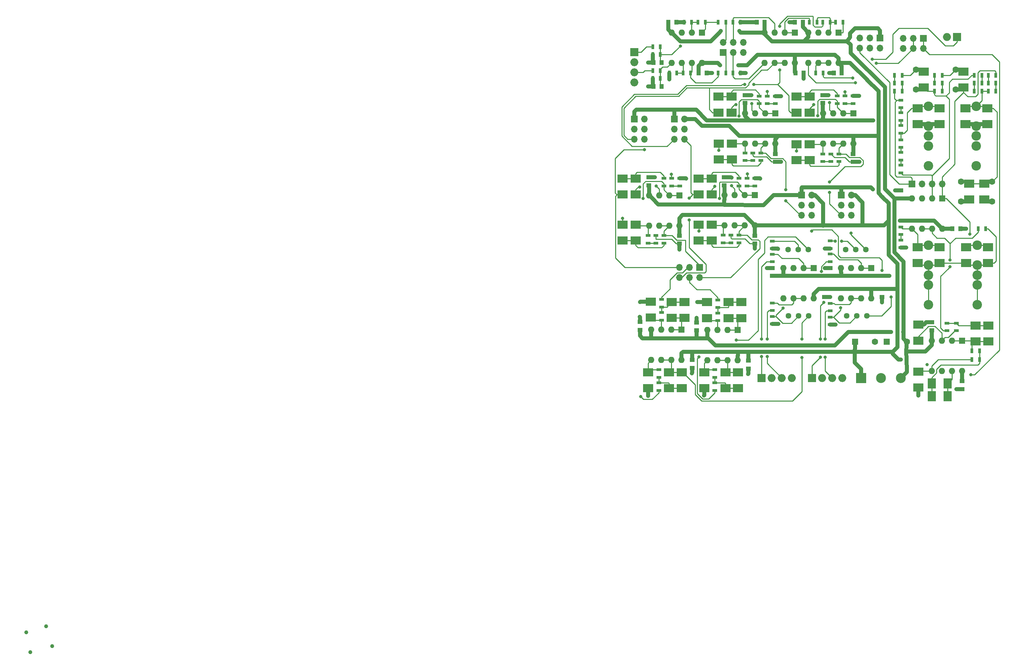
<source format=gbr>
G04 #@! TF.GenerationSoftware,KiCad,Pcbnew,5.1.5+dfsg1-2build2*
G04 #@! TF.CreationDate,2021-10-21T22:41:25+10:30*
G04 #@! TF.ProjectId,xover,786f7665-722e-46b6-9963-61645f706362,rev?*
G04 #@! TF.SameCoordinates,Original*
G04 #@! TF.FileFunction,Copper,L1,Top*
G04 #@! TF.FilePolarity,Positive*
%FSLAX46Y46*%
G04 Gerber Fmt 4.6, Leading zero omitted, Abs format (unit mm)*
G04 Created by KiCad (PCBNEW 5.1.5+dfsg1-2build2) date 2021-10-21 22:41:25*
%MOMM*%
%LPD*%
G04 APERTURE LIST*
%ADD10R,1.600000X1.600000*%
%ADD11O,1.600000X1.600000*%
%ADD12C,1.440000*%
%ADD13R,1.300000X0.700000*%
%ADD14R,0.700000X1.300000*%
%ADD15R,1.700000X1.700000*%
%ADD16O,1.700000X1.700000*%
%ADD17C,2.500000*%
%ADD18R,2.500000X2.500000*%
%ADD19O,1.998980X1.998980*%
%ADD20R,1.998980X1.998980*%
%ADD21C,1.000000*%
%ADD22R,1.250000X1.000000*%
%ADD23R,1.000000X1.250000*%
%ADD24R,2.500000X2.000000*%
%ADD25C,2.400000*%
%ADD26C,1.600000*%
%ADD27R,2.000000X2.500000*%
%ADD28C,0.800000*%
%ADD29C,1.000000*%
%ADD30C,0.250000*%
G04 APERTURE END LIST*
D10*
X114400000Y-108600000D03*
D11*
X106780000Y-116220000D03*
X111860000Y-108600000D03*
X109320000Y-116220000D03*
X109320000Y-108600000D03*
X111860000Y-116220000D03*
X106780000Y-108600000D03*
X114400000Y-116220000D03*
D10*
X91600000Y-90300000D03*
D11*
X83980000Y-97920000D03*
X89060000Y-90300000D03*
X86520000Y-97920000D03*
X86520000Y-90300000D03*
X89060000Y-97920000D03*
X83980000Y-90300000D03*
X91600000Y-97920000D03*
D10*
X109400000Y-72800000D03*
D11*
X101780000Y-80420000D03*
X106860000Y-72800000D03*
X104320000Y-80420000D03*
X104320000Y-72800000D03*
X106860000Y-80420000D03*
X101780000Y-72800000D03*
X109400000Y-80420000D03*
D10*
X77100000Y-90300000D03*
D11*
X69480000Y-97920000D03*
X74560000Y-90300000D03*
X72020000Y-97920000D03*
X72020000Y-90300000D03*
X74560000Y-97920000D03*
X69480000Y-90300000D03*
X77100000Y-97920000D03*
D10*
X67400000Y-51400000D03*
D11*
X59780000Y-59020000D03*
X64860000Y-51400000D03*
X62320000Y-59020000D03*
X62320000Y-51400000D03*
X64860000Y-59020000D03*
X59780000Y-51400000D03*
X67400000Y-59020000D03*
D10*
X62300000Y-72000000D03*
D11*
X54680000Y-79620000D03*
X59760000Y-72000000D03*
X57220000Y-79620000D03*
X57220000Y-72000000D03*
X59760000Y-79620000D03*
X54680000Y-72000000D03*
X62300000Y-79620000D03*
D10*
X72350000Y-31050000D03*
D11*
X64730000Y-38670000D03*
X69810000Y-31050000D03*
X67270000Y-38670000D03*
X67270000Y-31050000D03*
X69810000Y-38670000D03*
X64730000Y-31050000D03*
X72350000Y-38670000D03*
D10*
X48950000Y-31050000D03*
D11*
X41330000Y-38670000D03*
X46410000Y-31050000D03*
X43870000Y-38670000D03*
X43870000Y-31050000D03*
X46410000Y-38670000D03*
X41330000Y-31050000D03*
X48950000Y-38670000D03*
D10*
X87050000Y-51405000D03*
D11*
X79430000Y-59025000D03*
X84510000Y-51405000D03*
X81970000Y-59025000D03*
X81970000Y-51405000D03*
X84510000Y-59025000D03*
X79430000Y-51405000D03*
X87050000Y-59025000D03*
D10*
X43800000Y-105875000D03*
D11*
X36180000Y-113495000D03*
X41260000Y-105875000D03*
X38720000Y-113495000D03*
X38720000Y-105875000D03*
X41260000Y-113495000D03*
X36180000Y-105875000D03*
X43800000Y-113495000D03*
D10*
X43320000Y-72025000D03*
D11*
X35700000Y-79645000D03*
X40780000Y-72025000D03*
X38240000Y-79645000D03*
X38240000Y-72025000D03*
X40780000Y-79645000D03*
X35700000Y-72025000D03*
X43320000Y-79645000D03*
D10*
X57945000Y-105945000D03*
D11*
X50325000Y-113565000D03*
X55405000Y-105945000D03*
X52865000Y-113565000D03*
X52865000Y-105945000D03*
X55405000Y-113565000D03*
X50325000Y-105945000D03*
X57945000Y-113565000D03*
D10*
X83350000Y-31050000D03*
D11*
X75730000Y-38670000D03*
X80810000Y-31050000D03*
X78270000Y-38670000D03*
X78270000Y-31050000D03*
X80810000Y-38670000D03*
X75730000Y-31050000D03*
X83350000Y-38670000D03*
D12*
X90480000Y-102400000D03*
X87940000Y-102400000D03*
X85400000Y-102400000D03*
X90200000Y-85700000D03*
X87660000Y-85700000D03*
X85120000Y-85700000D03*
X75800000Y-102400000D03*
X73260000Y-102400000D03*
X70720000Y-102400000D03*
X75700000Y-85700000D03*
X73160000Y-85700000D03*
X70620000Y-85700000D03*
D13*
X81200000Y-102700000D03*
X81200000Y-104600000D03*
X81200000Y-101100000D03*
X81200000Y-99200000D03*
X81200000Y-83500000D03*
X81200000Y-85400000D03*
X81200000Y-88700000D03*
X81200000Y-86800000D03*
X99000000Y-83300000D03*
X99000000Y-85200000D03*
X99000000Y-59950000D03*
X99000000Y-58050000D03*
X99000000Y-49950000D03*
X99000000Y-48050000D03*
X99000000Y-61250000D03*
X99000000Y-63150000D03*
X99000000Y-51250000D03*
X99000000Y-53150000D03*
X99000000Y-66350000D03*
X99000000Y-64450000D03*
X99000000Y-56350000D03*
X99000000Y-54450000D03*
X99000000Y-80000000D03*
X99000000Y-81900000D03*
D14*
X109400000Y-45800000D03*
X107500000Y-45800000D03*
X99350000Y-45800000D03*
X97450000Y-45800000D03*
X109400000Y-43800000D03*
X107500000Y-43800000D03*
X99350000Y-43800000D03*
X97450000Y-43800000D03*
X109400000Y-41800000D03*
X107500000Y-41800000D03*
X99350000Y-41800000D03*
X97450000Y-41800000D03*
X118450000Y-80400000D03*
X120350000Y-80400000D03*
X122900000Y-45800000D03*
X121000000Y-45800000D03*
X119400000Y-41800000D03*
X117500000Y-41800000D03*
X122900000Y-43800000D03*
X121000000Y-43800000D03*
X119400000Y-43800000D03*
X117500000Y-43800000D03*
X122900000Y-41800000D03*
X121000000Y-41800000D03*
X119400000Y-45800000D03*
X117500000Y-45800000D03*
D13*
X66700000Y-102500000D03*
X66700000Y-104400000D03*
X66700000Y-101050000D03*
X66700000Y-99150000D03*
X66700000Y-83550000D03*
X66700000Y-85450000D03*
X66700000Y-88750000D03*
X66700000Y-86850000D03*
X61800000Y-63250000D03*
X61800000Y-61350000D03*
X67400000Y-48950000D03*
X67400000Y-47050000D03*
X65400000Y-47050000D03*
X65400000Y-48950000D03*
X59800000Y-61350000D03*
X59800000Y-63250000D03*
X63800000Y-61350000D03*
X63800000Y-63250000D03*
X63400000Y-48950000D03*
X63400000Y-47050000D03*
X56300000Y-83950000D03*
X56300000Y-82050000D03*
X62300000Y-69650000D03*
X62300000Y-67750000D03*
X60300000Y-67750000D03*
X60300000Y-69650000D03*
X54300000Y-82050000D03*
X54300000Y-83950000D03*
X58300000Y-82050000D03*
X58300000Y-83950000D03*
X58300000Y-69650000D03*
X58300000Y-67750000D03*
D14*
X116900000Y-113400000D03*
X118800000Y-113400000D03*
X118800000Y-111200000D03*
X116900000Y-111200000D03*
D13*
X113000000Y-106100000D03*
X113000000Y-104200000D03*
X110600000Y-104200000D03*
X110600000Y-106100000D03*
D14*
X40750000Y-41250000D03*
X42650000Y-41250000D03*
X38500000Y-42600000D03*
X36600000Y-42600000D03*
X46100000Y-41250000D03*
X44200000Y-41250000D03*
X38500000Y-40600000D03*
X36600000Y-40600000D03*
X53050000Y-41250000D03*
X54950000Y-41250000D03*
X56750000Y-41250000D03*
X58650000Y-41250000D03*
X56750000Y-28450000D03*
X58650000Y-28450000D03*
X44450000Y-28450000D03*
X46350000Y-28450000D03*
X38500000Y-36600000D03*
X36600000Y-36600000D03*
X54950000Y-28450000D03*
X53050000Y-28450000D03*
X49850000Y-28450000D03*
X47950000Y-28450000D03*
X38500000Y-34600000D03*
X36600000Y-34600000D03*
D13*
X81400000Y-63500000D03*
X81400000Y-61600000D03*
X87000000Y-48900000D03*
X87000000Y-47000000D03*
X85000000Y-47000000D03*
X85000000Y-48900000D03*
X79400000Y-61600000D03*
X79400000Y-63500000D03*
X83400000Y-61600000D03*
X83400000Y-63500000D03*
X83000000Y-48900000D03*
X83000000Y-47000000D03*
X38100000Y-115950000D03*
X38100000Y-117850000D03*
X38100000Y-119250000D03*
X38100000Y-121150000D03*
X38800000Y-103450000D03*
X38800000Y-101550000D03*
X38800000Y-100150000D03*
X38800000Y-98250000D03*
X37400000Y-84050000D03*
X37400000Y-82150000D03*
X43400000Y-69650000D03*
X43400000Y-67750000D03*
X41400000Y-67750000D03*
X41400000Y-69650000D03*
X35400000Y-82150000D03*
X35400000Y-84050000D03*
X39400000Y-82150000D03*
X39400000Y-84050000D03*
X39400000Y-69650000D03*
X39400000Y-67750000D03*
X52225000Y-115950000D03*
X52225000Y-117850000D03*
X52225000Y-119250000D03*
X52225000Y-121150000D03*
X52950000Y-103575000D03*
X52950000Y-101675000D03*
X52950000Y-100275000D03*
X52950000Y-98375000D03*
D14*
X81250000Y-28450000D03*
X79350000Y-28450000D03*
X79500000Y-41250000D03*
X77600000Y-41250000D03*
X77900000Y-28450000D03*
X76000000Y-28450000D03*
X84450000Y-28450000D03*
X82550000Y-28450000D03*
D15*
X93800000Y-32400000D03*
D16*
X93800000Y-34940000D03*
X91260000Y-32400000D03*
X91260000Y-34940000D03*
X88720000Y-32400000D03*
X88720000Y-34940000D03*
D15*
X32000000Y-52800000D03*
D16*
X34540000Y-52800000D03*
X32000000Y-55340000D03*
X34540000Y-55340000D03*
X32000000Y-57880000D03*
X34540000Y-57880000D03*
D15*
X42000000Y-52800000D03*
D16*
X44540000Y-52800000D03*
X42000000Y-55340000D03*
X44540000Y-55340000D03*
X42000000Y-57880000D03*
X44540000Y-57880000D03*
D15*
X74000000Y-72000000D03*
D16*
X76540000Y-72000000D03*
X74000000Y-74540000D03*
X76540000Y-74540000D03*
X74000000Y-77080000D03*
X76540000Y-77080000D03*
D15*
X84000000Y-72000000D03*
D16*
X86540000Y-72000000D03*
X84000000Y-74540000D03*
X86540000Y-74540000D03*
X84000000Y-77080000D03*
X86540000Y-77080000D03*
D15*
X101800000Y-69200000D03*
D16*
X104340000Y-69200000D03*
X106880000Y-69200000D03*
X109420000Y-69200000D03*
D15*
X54350000Y-36050000D03*
D16*
X54350000Y-33510000D03*
X56890000Y-36050000D03*
X56890000Y-33510000D03*
X59430000Y-36050000D03*
X59430000Y-33510000D03*
D17*
X94000000Y-118000000D03*
D18*
X89000000Y-118000000D03*
D17*
X99000000Y-118000000D03*
D19*
X81780000Y-118000000D03*
X79240000Y-118000000D03*
D20*
X76700000Y-118000000D03*
D19*
X84320000Y-118000000D03*
X69080000Y-118000000D03*
X66540000Y-118000000D03*
D20*
X64000000Y-118000000D03*
D19*
X71620000Y-118000000D03*
D15*
X48380000Y-90200000D03*
D16*
X48380000Y-92740000D03*
X45840000Y-90200000D03*
X45840000Y-92740000D03*
X43300000Y-90200000D03*
X43300000Y-92740000D03*
D20*
X113140000Y-32200000D03*
D19*
X110600000Y-32200000D03*
D15*
X104650000Y-32500000D03*
D16*
X104650000Y-35040000D03*
X102110000Y-32500000D03*
X102110000Y-35040000D03*
X99570000Y-32500000D03*
X99570000Y-35040000D03*
D19*
X32000000Y-41080000D03*
X32000000Y-38540000D03*
D20*
X32000000Y-36000000D03*
D19*
X32000000Y-43620000D03*
D21*
X-120000000Y-187000000D03*
X-121000000Y-182000000D03*
X-114500000Y-185500000D03*
X-116000000Y-180500000D03*
D22*
X81200000Y-90300000D03*
X81200000Y-92300000D03*
X94300000Y-95600000D03*
X94300000Y-97600000D03*
X99000000Y-70800000D03*
X99000000Y-72800000D03*
D23*
X112000000Y-80400000D03*
X114000000Y-80400000D03*
D24*
X108750000Y-54100000D03*
X108750000Y-50100000D03*
D25*
X106000000Y-64600000D03*
X106000000Y-49600000D03*
X106000000Y-54600000D03*
X106000000Y-59600000D03*
X106000000Y-57100000D03*
D24*
X103250000Y-54100000D03*
X103250000Y-50100000D03*
X108750000Y-89100000D03*
X108750000Y-85100000D03*
D25*
X106000000Y-99600000D03*
X106000000Y-84600000D03*
X106000000Y-89600000D03*
X106000000Y-94600000D03*
X106000000Y-92100000D03*
D24*
X103250000Y-89100000D03*
X103250000Y-85100000D03*
X120950000Y-89100000D03*
X120950000Y-85100000D03*
D25*
X118200000Y-99600000D03*
X118200000Y-84600000D03*
X118200000Y-89600000D03*
X118200000Y-94600000D03*
X118200000Y-92100000D03*
D24*
X115450000Y-89100000D03*
X115450000Y-85100000D03*
X114800000Y-44900000D03*
X114800000Y-40900000D03*
D26*
X112800000Y-45400000D03*
X112800000Y-40400000D03*
D24*
X104800000Y-44900000D03*
X104800000Y-40900000D03*
D26*
X102800000Y-45400000D03*
X102800000Y-40400000D03*
D24*
X116200000Y-73100000D03*
X116200000Y-69100000D03*
D26*
X114200000Y-73600000D03*
X114200000Y-68600000D03*
D24*
X120000000Y-69100000D03*
X120000000Y-73100000D03*
D26*
X122000000Y-68600000D03*
X122000000Y-73600000D03*
D24*
X120750000Y-54100000D03*
X120750000Y-50100000D03*
D25*
X118000000Y-64600000D03*
X118000000Y-49600000D03*
X118000000Y-54600000D03*
X118000000Y-59600000D03*
X118000000Y-57100000D03*
D24*
X115250000Y-54100000D03*
X115250000Y-50100000D03*
D22*
X66700000Y-90300000D03*
X66700000Y-92300000D03*
X79800000Y-95600000D03*
X79800000Y-97600000D03*
X59800000Y-46800000D03*
X59800000Y-48800000D03*
X67400000Y-61600000D03*
X67400000Y-63600000D03*
D24*
X56400000Y-51200000D03*
X56400000Y-47200000D03*
X53100000Y-47200000D03*
X53100000Y-51200000D03*
X56500000Y-59000000D03*
X56500000Y-63000000D03*
X53200000Y-63000000D03*
X53200000Y-59000000D03*
D22*
X54600000Y-67500000D03*
X54600000Y-69500000D03*
X62300000Y-82200000D03*
X62300000Y-84200000D03*
D24*
X51400000Y-71800000D03*
X51400000Y-67800000D03*
X48100000Y-67800000D03*
X48100000Y-71800000D03*
X51400000Y-79400000D03*
X51400000Y-83400000D03*
X48100000Y-83400000D03*
X48100000Y-79400000D03*
D22*
X106800000Y-104000000D03*
X106800000Y-106000000D03*
X114400000Y-118800000D03*
X114400000Y-120800000D03*
D24*
X103400000Y-120400000D03*
X103400000Y-116400000D03*
X103400000Y-104600000D03*
X103400000Y-108600000D03*
D27*
X110800000Y-122600000D03*
X106800000Y-122600000D03*
D24*
X121000000Y-108800000D03*
X121000000Y-104800000D03*
D27*
X110800000Y-119400000D03*
X106800000Y-119400000D03*
D24*
X117800000Y-108800000D03*
X117800000Y-104800000D03*
D23*
X62750000Y-28450000D03*
X64750000Y-28450000D03*
X42550000Y-28450000D03*
X40550000Y-28450000D03*
X72550000Y-41250000D03*
X74550000Y-41250000D03*
X48150000Y-41250000D03*
X50150000Y-41250000D03*
X38800000Y-44600000D03*
X36800000Y-44600000D03*
X38800000Y-38600000D03*
X36800000Y-38600000D03*
D22*
X79400000Y-46800000D03*
X79400000Y-48800000D03*
X87000000Y-61600000D03*
X87000000Y-63600000D03*
D24*
X76100000Y-51200000D03*
X76100000Y-47200000D03*
X72800000Y-47200000D03*
X72800000Y-51200000D03*
X76100000Y-59200000D03*
X76100000Y-63200000D03*
X72800000Y-63200000D03*
X72800000Y-59200000D03*
D22*
X33375000Y-103900000D03*
X33375000Y-105900000D03*
X46525000Y-113475000D03*
X46525000Y-115475000D03*
D24*
X35400000Y-120600000D03*
X35400000Y-116600000D03*
X36150000Y-98825000D03*
X36150000Y-102825000D03*
X43900000Y-116600000D03*
X43900000Y-120600000D03*
X41400000Y-102900000D03*
X41400000Y-98900000D03*
X40700000Y-116600000D03*
X40700000Y-120600000D03*
X44600000Y-102900000D03*
X44600000Y-98900000D03*
D22*
X35600000Y-67500000D03*
X35600000Y-69500000D03*
X43300000Y-82200000D03*
X43300000Y-84200000D03*
D24*
X32300000Y-71800000D03*
X32300000Y-67800000D03*
X29000000Y-67800000D03*
X29000000Y-71800000D03*
X32300000Y-79400000D03*
X32300000Y-83400000D03*
X29000000Y-83400000D03*
X29000000Y-79400000D03*
D22*
X47600000Y-104025000D03*
X47600000Y-106025000D03*
X60700000Y-113625000D03*
X60700000Y-115625000D03*
D24*
X49550000Y-120600000D03*
X49550000Y-116600000D03*
X50250000Y-98925000D03*
X50250000Y-102925000D03*
X58075000Y-116600000D03*
X58075000Y-120600000D03*
X58850000Y-102925000D03*
X58850000Y-98925000D03*
X54875000Y-116600000D03*
X54875000Y-120600000D03*
X55650000Y-102925000D03*
X55650000Y-98925000D03*
D23*
X72350000Y-28450000D03*
X74350000Y-28450000D03*
D10*
X95500000Y-108900000D03*
D26*
X100500000Y-108900000D03*
D23*
X84150000Y-41250000D03*
X82150000Y-41250000D03*
D10*
X87500000Y-108900000D03*
D26*
X92500000Y-108900000D03*
D28*
X53550000Y-39250000D03*
X58150000Y-39250000D03*
X98800000Y-78400000D03*
X96000000Y-78400000D03*
X90600000Y-43000000D03*
X99000000Y-113400000D03*
X100400000Y-85200000D03*
X115400000Y-80400000D03*
X113000000Y-120800000D03*
X103400000Y-122400000D03*
X97600000Y-70800000D03*
X105400000Y-104000002D03*
X43550000Y-28450000D03*
X59950000Y-41250000D03*
X59950000Y-28450000D03*
X35400000Y-38600000D03*
X35400000Y-44600000D03*
X40750000Y-42850000D03*
X70950000Y-28450000D03*
X80950000Y-41250000D03*
X51550000Y-41250000D03*
X74550000Y-42650000D03*
X88500000Y-47000000D03*
X88600000Y-63600000D03*
X80800000Y-46800000D03*
X68900000Y-63600000D03*
X68900000Y-47100000D03*
X61400000Y-46800000D03*
X79900000Y-90300000D03*
X81200000Y-97600000D03*
X94300000Y-99000000D03*
X68100000Y-85500000D03*
X79900000Y-85400000D03*
X65300000Y-90300000D03*
X46400000Y-116800000D03*
X60600000Y-117000000D03*
X82600000Y-104600000D03*
X68200000Y-104400000D03*
X56400000Y-67600000D03*
X63600000Y-67800000D03*
X37100000Y-67500000D03*
X62300000Y-85400000D03*
X44950000Y-67750000D03*
X43300000Y-85700000D03*
X47800000Y-98900000D03*
X47600000Y-102900000D03*
X33400000Y-98900000D03*
X33300000Y-102600000D03*
X35400000Y-122500000D03*
X49500000Y-122400000D03*
X53750000Y-30649998D03*
X58350000Y-30650000D03*
X95000000Y-53200000D03*
X92100000Y-53200000D03*
X95000000Y-70425000D03*
X92000000Y-70500000D03*
X96100000Y-92300000D03*
X99699998Y-92300000D03*
X99600000Y-106400000D03*
X96600000Y-106400000D03*
X48200000Y-112699998D03*
X57600000Y-108500000D03*
X29000000Y-77800000D03*
X34200002Y-72800000D03*
X34500000Y-60500000D03*
X37500000Y-69700000D03*
X41300000Y-66700000D03*
X33300000Y-69900000D03*
X33600000Y-122700000D03*
X74100000Y-112900000D03*
X74100000Y-108200000D03*
X78100000Y-52000000D03*
X72800000Y-60900000D03*
X59700000Y-44100000D03*
X62000000Y-44100000D03*
X68500018Y-40500000D03*
X77100000Y-49200000D03*
X85000006Y-46000000D03*
X81100002Y-48700004D03*
X43550000Y-34450000D03*
X105600000Y-114600000D03*
X116600002Y-117200000D03*
X48200000Y-81000000D03*
X53400004Y-72800000D03*
X45800000Y-72700000D03*
X45800000Y-78200000D03*
X56400000Y-69600000D03*
X60400000Y-66600000D03*
X52200000Y-69800000D03*
X58300000Y-52050000D03*
X53200000Y-60700000D03*
X68550000Y-29450000D03*
X61500000Y-48900000D03*
X65400000Y-45900000D03*
X57525000Y-49200000D03*
X116400000Y-81800000D03*
X87550000Y-43650000D03*
X92800000Y-38800000D03*
X86936827Y-42463173D03*
X91800000Y-37800000D03*
X65400000Y-108200000D03*
X65400000Y-112600000D03*
X64000000Y-112600000D03*
X64000000Y-108200000D03*
X79600000Y-99000000D03*
X79000000Y-91149990D03*
X78800000Y-108200000D03*
X78800000Y-112799996D03*
X80000000Y-108200000D03*
X80000000Y-112800000D03*
X81100000Y-71300000D03*
X81100000Y-68700000D03*
X111400000Y-88325000D03*
X111400000Y-90000000D03*
X70100000Y-70600000D03*
X70100000Y-73400000D03*
X86500000Y-81500000D03*
X76600000Y-81000000D03*
X94300000Y-90900000D03*
X96600000Y-97600000D03*
X69400000Y-100400000D03*
X82525000Y-83600000D03*
X84100000Y-83600000D03*
X83900000Y-100300000D03*
D29*
X114400000Y-116220000D02*
X114400000Y-118800000D01*
X111980000Y-80420000D02*
X112000000Y-80400000D01*
X109400000Y-80420000D02*
X111980000Y-80420000D01*
X52970000Y-38670000D02*
X53550000Y-39250000D01*
X48950000Y-38670000D02*
X52970000Y-38670000D01*
X58150000Y-39250000D02*
X60350000Y-39250000D01*
X60350000Y-39250000D02*
X62950000Y-36650000D01*
X62950000Y-36650000D02*
X70330000Y-36650000D01*
X84150000Y-39470000D02*
X84150000Y-41250000D01*
X83350000Y-37538630D02*
X82461370Y-36650000D01*
X83350000Y-38670000D02*
X83350000Y-37538630D01*
X72350000Y-36850000D02*
X72550000Y-36650000D01*
X72350000Y-38670000D02*
X72350000Y-36850000D01*
X72550000Y-36650000D02*
X70330000Y-36650000D01*
X82461370Y-36650000D02*
X72550000Y-36650000D01*
X48150000Y-39470000D02*
X48150000Y-41250000D01*
X48950000Y-38670000D02*
X48150000Y-39470000D01*
X94400000Y-72434315D02*
X93400000Y-71434315D01*
X83350000Y-38670000D02*
X84150000Y-39470000D01*
X109400000Y-80420000D02*
X107380000Y-78400000D01*
X94400000Y-72434315D02*
X94434315Y-72434315D01*
X107380000Y-78400000D02*
X98800000Y-78400000D01*
X96000000Y-74034315D02*
X94400000Y-72434315D01*
X96000000Y-78400000D02*
X96000000Y-74034315D01*
X90500000Y-42900000D02*
X90600000Y-43000000D01*
X72350000Y-41050000D02*
X72550000Y-41250000D01*
X72350000Y-38670000D02*
X72350000Y-41050000D01*
X87050000Y-61550000D02*
X87000000Y-61600000D01*
X87050000Y-59025000D02*
X87050000Y-61550000D01*
X93400000Y-59100000D02*
X93400000Y-71434315D01*
X93300000Y-57100000D02*
X93400000Y-57200000D01*
X67400000Y-57888630D02*
X68188630Y-57100000D01*
X67400000Y-59020000D02*
X67400000Y-57888630D01*
X93400000Y-57200000D02*
X93400000Y-59100000D01*
X87050000Y-59025000D02*
X87050000Y-57150000D01*
X87100000Y-57100000D02*
X93300000Y-57100000D01*
X87050000Y-57150000D02*
X87100000Y-57100000D01*
X68188630Y-57100000D02*
X87100000Y-57100000D01*
X93400000Y-45800000D02*
X93400000Y-57200000D01*
X90500000Y-42900000D02*
X93400000Y-45800000D01*
X58400001Y-57099999D02*
X55800002Y-54500000D01*
X68188630Y-57100000D02*
X58400001Y-57099999D01*
X55800002Y-54500000D02*
X49000000Y-54500000D01*
X47300000Y-52800000D02*
X44540000Y-52800000D01*
X49000000Y-54500000D02*
X47300000Y-52800000D01*
X94780000Y-79620000D02*
X96000000Y-78400000D01*
X62300000Y-79620000D02*
X79120000Y-79620000D01*
X78400000Y-95600000D02*
X79800000Y-95600000D01*
X77100000Y-96900000D02*
X78400000Y-95600000D01*
X77100000Y-97920000D02*
X77100000Y-96900000D01*
X96000000Y-78400000D02*
X96000000Y-87000000D01*
X96000000Y-87000000D02*
X98200000Y-89200000D01*
X98000000Y-95600000D02*
X98200000Y-95400000D01*
X94300000Y-95600000D02*
X98000000Y-95600000D01*
X98200000Y-89200000D02*
X98200000Y-95400000D01*
X91600000Y-96788630D02*
X91600000Y-95600000D01*
X91600000Y-97920000D02*
X91600000Y-96788630D01*
X91600000Y-95600000D02*
X94300000Y-95600000D01*
X79800000Y-95600000D02*
X91600000Y-95600000D01*
X67400000Y-59020000D02*
X67400000Y-61600000D01*
X98200000Y-110200006D02*
X98200000Y-95400000D01*
X98200000Y-110200006D02*
X97000006Y-111400000D01*
X97000006Y-111400000D02*
X87400000Y-111400000D01*
X97000006Y-111965691D02*
X97000006Y-111400000D01*
X98434315Y-113400000D02*
X97000006Y-111965691D01*
X99000000Y-113400000D02*
X98434315Y-113400000D01*
X87400000Y-114150000D02*
X87400000Y-111400000D01*
X89000000Y-115750000D02*
X87400000Y-114150000D01*
X89000000Y-118000000D02*
X89000000Y-115750000D01*
X87400000Y-110800000D02*
X87400000Y-111400000D01*
X87500000Y-110700000D02*
X87400000Y-110800000D01*
X87500000Y-108900000D02*
X87500000Y-110700000D01*
X43800000Y-111800000D02*
X43800000Y-113495000D01*
X44200000Y-111400000D02*
X43800000Y-111800000D01*
X46525000Y-111475000D02*
X46600000Y-111400000D01*
X46525000Y-113475000D02*
X46525000Y-111475000D01*
X46600000Y-111400000D02*
X44200000Y-111400000D01*
X60700000Y-111500000D02*
X60800000Y-111400000D01*
X60700000Y-113625000D02*
X60700000Y-111500000D01*
X87400000Y-111400000D02*
X60800000Y-111400000D01*
X58000000Y-112378630D02*
X58000000Y-111400000D01*
X57945000Y-112433630D02*
X58000000Y-112378630D01*
X57945000Y-113565000D02*
X57945000Y-112433630D01*
X58000000Y-111400000D02*
X46600000Y-111400000D01*
X60800000Y-111400000D02*
X58000000Y-111400000D01*
X43320000Y-82180000D02*
X43300000Y-82200000D01*
X43320000Y-79645000D02*
X43320000Y-82180000D01*
X62300000Y-79620000D02*
X62300000Y-82200000D01*
X59680000Y-77000000D02*
X61500001Y-78820001D01*
X43320000Y-77780000D02*
X44100000Y-77000000D01*
X61500001Y-78820001D02*
X62300000Y-79620000D01*
X44100000Y-77000000D02*
X59680000Y-77000000D01*
X43320000Y-79645000D02*
X43320000Y-77780000D01*
X89400000Y-79600000D02*
X94780000Y-79620000D01*
X79120000Y-79620000D02*
X89400000Y-79600000D01*
X89400000Y-73800000D02*
X89400000Y-79600000D01*
X87600000Y-72000000D02*
X89400000Y-73800000D01*
X86540000Y-72000000D02*
X87600000Y-72000000D01*
X77400000Y-72000000D02*
X76540000Y-72000000D01*
X79500000Y-74100000D02*
X77400000Y-72000000D01*
X79500000Y-79700000D02*
X79500000Y-74100000D01*
X86270000Y-38670000D02*
X90600000Y-43000000D01*
X83350000Y-38670000D02*
X86270000Y-38670000D01*
X115700000Y-73600000D02*
X116200000Y-73100000D01*
X114200000Y-73600000D02*
X115700000Y-73600000D01*
X120500000Y-73600000D02*
X120000000Y-73100000D01*
X122000000Y-73600000D02*
X120500000Y-73600000D01*
X117500000Y-54100000D02*
X118000000Y-54600000D01*
X115250000Y-54100000D02*
X117500000Y-54100000D01*
X118500000Y-54100000D02*
X118000000Y-54600000D01*
X120750000Y-54100000D02*
X118500000Y-54100000D01*
X106500000Y-54100000D02*
X106000000Y-54600000D01*
X108750000Y-54100000D02*
X106500000Y-54100000D01*
X105500000Y-54100000D02*
X106000000Y-54600000D01*
X103250000Y-54100000D02*
X105500000Y-54100000D01*
X99000000Y-85200000D02*
X100400000Y-85200000D01*
X114000000Y-80400000D02*
X115400000Y-80400000D01*
X114400000Y-120800000D02*
X113000000Y-120800000D01*
X103400000Y-120400000D02*
X103400000Y-122400000D01*
X99000000Y-70800000D02*
X97600000Y-70800000D01*
X106800000Y-104000000D02*
X106799998Y-104000002D01*
X105965685Y-104000002D02*
X105400000Y-104000002D01*
X105000001Y-104400001D02*
X105400000Y-104000002D01*
X106799998Y-104000002D02*
X105965685Y-104000002D01*
X103400000Y-104600000D02*
X104800002Y-104600000D01*
X104800002Y-104600000D02*
X105000001Y-104400001D01*
X42550000Y-28450000D02*
X43550000Y-28450000D01*
X44450000Y-28450000D02*
X43550000Y-28450000D01*
X58650000Y-41250000D02*
X59950000Y-41250000D01*
X58650000Y-28450000D02*
X59950000Y-28450000D01*
X36600000Y-44400000D02*
X36800000Y-44600000D01*
X36600000Y-42600000D02*
X36600000Y-44400000D01*
X36600000Y-38400000D02*
X36800000Y-38600000D01*
X36600000Y-36600000D02*
X36600000Y-38400000D01*
X36800000Y-38600000D02*
X35400000Y-38600000D01*
X36800000Y-44600000D02*
X35400000Y-44600000D01*
X40750000Y-41250000D02*
X40750000Y-42850000D01*
X62750000Y-28450000D02*
X59950000Y-28450000D01*
X72350000Y-28450000D02*
X70950000Y-28450000D01*
X82150000Y-41250000D02*
X80950000Y-41250000D01*
X50150000Y-41250000D02*
X51550000Y-41250000D01*
X74550000Y-41250000D02*
X74550000Y-42650000D01*
X87000000Y-47000000D02*
X88500000Y-47000000D01*
X87000000Y-63600000D02*
X88600000Y-63600000D01*
X79400000Y-46800000D02*
X80800000Y-46800000D01*
D30*
X86100000Y-63600000D02*
X87000000Y-63600000D01*
X85000000Y-62500000D02*
X86100000Y-63600000D01*
X82300000Y-62500000D02*
X85000000Y-62500000D01*
X81400000Y-61600000D02*
X82300000Y-62500000D01*
D29*
X67400000Y-63600000D02*
X68900000Y-63600000D01*
D30*
X66525000Y-63600000D02*
X67400000Y-63600000D01*
X65225000Y-62300000D02*
X66525000Y-63600000D01*
X62100000Y-62300000D02*
X65225000Y-62300000D01*
X61800000Y-62000000D02*
X62100000Y-62300000D01*
X61800000Y-61350000D02*
X61800000Y-62000000D01*
D29*
X68850000Y-47050000D02*
X68900000Y-47100000D01*
X67400000Y-47050000D02*
X68850000Y-47050000D01*
X59800000Y-46800000D02*
X61400000Y-46800000D01*
X81200000Y-90300000D02*
X79900000Y-90300000D01*
X79800000Y-97600000D02*
X81200000Y-97600000D01*
X94300000Y-97600000D02*
X94300000Y-99000000D01*
X68050000Y-85450000D02*
X68100000Y-85500000D01*
X66700000Y-85450000D02*
X68050000Y-85450000D01*
X81200000Y-85400000D02*
X79900000Y-85400000D01*
X66700000Y-90300000D02*
X65300000Y-90300000D01*
X46525000Y-116675000D02*
X46400000Y-116800000D01*
X46525000Y-115475000D02*
X46525000Y-116675000D01*
X60700000Y-116900000D02*
X60600000Y-117000000D01*
X60700000Y-115625000D02*
X60700000Y-116900000D01*
X81200000Y-104600000D02*
X82600000Y-104600000D01*
X66700000Y-104400000D02*
X68200000Y-104400000D01*
X56300000Y-67500000D02*
X56400000Y-67600000D01*
X54600000Y-67500000D02*
X56300000Y-67500000D01*
X63550000Y-67750000D02*
X63600000Y-67800000D01*
X62300000Y-67750000D02*
X63550000Y-67750000D01*
X35600000Y-67500000D02*
X37100000Y-67500000D01*
X62300000Y-84200000D02*
X62300000Y-85400000D01*
X43400000Y-67750000D02*
X44950000Y-67750000D01*
X45000000Y-67800000D02*
X44950000Y-67750000D01*
D30*
X61000000Y-84200000D02*
X62300000Y-84200000D01*
X59800000Y-83000000D02*
X61000000Y-84200000D01*
X56500000Y-83000000D02*
X59800000Y-83000000D01*
X56300000Y-82800000D02*
X56500000Y-83000000D01*
X56300000Y-82050000D02*
X56300000Y-82800000D01*
X42425000Y-84200000D02*
X43300000Y-84200000D01*
X41325000Y-83100000D02*
X42425000Y-84200000D01*
X37400000Y-83100000D02*
X41325000Y-83100000D01*
X37400000Y-82150000D02*
X37400000Y-83100000D01*
D29*
X43300000Y-84200000D02*
X43300000Y-85134315D01*
X43300000Y-85134315D02*
X43300000Y-85700000D01*
X47825000Y-98925000D02*
X47800000Y-98900000D01*
X50250000Y-98925000D02*
X47825000Y-98925000D01*
X47600000Y-104025000D02*
X47600000Y-102900000D01*
X33475000Y-98825000D02*
X33400000Y-98900000D01*
X36150000Y-98825000D02*
X33475000Y-98825000D01*
X33375000Y-102675000D02*
X33300000Y-102600000D01*
X33375000Y-103900000D02*
X33375000Y-102675000D01*
X35400000Y-120600000D02*
X35400000Y-122500000D01*
X49550000Y-122350000D02*
X49500000Y-122400000D01*
X49550000Y-120600000D02*
X49550000Y-122350000D01*
X106800000Y-108580000D02*
X106780000Y-108600000D01*
X106800000Y-106000000D02*
X106800000Y-108580000D01*
X101780000Y-72800000D02*
X99000000Y-72800000D01*
X40550000Y-30270000D02*
X40550000Y-28450000D01*
X41330000Y-31050000D02*
X40550000Y-30270000D01*
X41330000Y-31050000D02*
X43530000Y-33250000D01*
X43530000Y-33250000D02*
X51149998Y-33250000D01*
X51149998Y-33250000D02*
X53350001Y-31049997D01*
X53350001Y-31049997D02*
X53750000Y-30649998D01*
X58749999Y-31049999D02*
X58350000Y-30650000D01*
X64730000Y-31050000D02*
X58749999Y-31049999D01*
X64730000Y-28470000D02*
X64750000Y-28450000D01*
X64730000Y-31050000D02*
X64730000Y-28470000D01*
X74350000Y-29670000D02*
X74350000Y-28450000D01*
X75730000Y-31050000D02*
X74350000Y-29670000D01*
X64730000Y-31430000D02*
X64730000Y-31050000D01*
X66550000Y-33250000D02*
X64730000Y-31430000D01*
X75730000Y-32181370D02*
X74661370Y-33250000D01*
X74661370Y-33250000D02*
X66550000Y-33250000D01*
X75730000Y-31050000D02*
X75730000Y-32181370D01*
X97375000Y-72800000D02*
X99000000Y-72800000D01*
X74661370Y-33250000D02*
X84950000Y-33250000D01*
X106780000Y-109731370D02*
X106780000Y-108600000D01*
X105211370Y-111300000D02*
X106780000Y-109731370D01*
X79400000Y-51375000D02*
X79430000Y-51405000D01*
X79400000Y-48800000D02*
X79400000Y-51375000D01*
X95000000Y-70425000D02*
X97375000Y-72800000D01*
X95000000Y-53200000D02*
X95000000Y-70425000D01*
X95000000Y-44800000D02*
X95000000Y-53200000D01*
X86400000Y-36200000D02*
X95000000Y-44800000D01*
X59780000Y-52080000D02*
X59780000Y-51400000D01*
X60900000Y-53200000D02*
X59780000Y-52080000D01*
X79400000Y-52566370D02*
X79400000Y-53200000D01*
X79430000Y-52536370D02*
X79400000Y-52566370D01*
X79430000Y-51405000D02*
X79430000Y-52536370D01*
X79400000Y-53200000D02*
X60900000Y-53200000D01*
X92100000Y-53200000D02*
X79400000Y-53200000D01*
X60900000Y-53200000D02*
X50200000Y-53200000D01*
X50200000Y-53200000D02*
X47500000Y-50500000D01*
X32000000Y-50950000D02*
X32000000Y-52800000D01*
X32450000Y-50500000D02*
X32000000Y-50950000D01*
X92000000Y-70500000D02*
X91500000Y-70000000D01*
X84000000Y-70150000D02*
X84000000Y-72000000D01*
X84150000Y-70000000D02*
X84000000Y-70150000D01*
X91500000Y-70000000D02*
X84150000Y-70000000D01*
X74000000Y-70150000D02*
X74000000Y-72000000D01*
X74150000Y-70000000D02*
X74000000Y-70150000D01*
X84150000Y-70000000D02*
X74150000Y-70000000D01*
X67000000Y-72000000D02*
X64500000Y-74500000D01*
X74000000Y-72000000D02*
X67000000Y-72000000D01*
X81200000Y-92300000D02*
X82825000Y-92300000D01*
X99699998Y-91734315D02*
X99699998Y-92300000D01*
X97375000Y-72800000D02*
X97375000Y-86375000D01*
X99699998Y-88699998D02*
X99699998Y-91734315D01*
X97375000Y-86375000D02*
X99699998Y-88699998D01*
X84000000Y-91451370D02*
X84000000Y-92300000D01*
X83980000Y-90300000D02*
X83980000Y-91431370D01*
X84000000Y-92300000D02*
X96100000Y-92300000D01*
X83980000Y-91431370D02*
X84000000Y-91451370D01*
X82825000Y-92300000D02*
X84000000Y-92300000D01*
X59780000Y-48820000D02*
X59800000Y-48800000D01*
X59780000Y-51400000D02*
X59780000Y-48820000D01*
X42000000Y-50600000D02*
X42100000Y-50500000D01*
X42000000Y-52800000D02*
X42000000Y-50600000D01*
X42100000Y-50500000D02*
X32450000Y-50500000D01*
X47500000Y-50500000D02*
X42100000Y-50500000D01*
X69480000Y-92220000D02*
X69400000Y-92300000D01*
X69480000Y-90300000D02*
X69480000Y-92220000D01*
X66700000Y-92300000D02*
X69400000Y-92300000D01*
X105211370Y-111300000D02*
X100500000Y-111300000D01*
X100500000Y-111300000D02*
X100400000Y-111200000D01*
X100400000Y-111200000D02*
X100500000Y-108900000D01*
X100500000Y-115900000D02*
X100400000Y-111200000D01*
X99699998Y-108099998D02*
X100500000Y-108900000D01*
X100500000Y-116500000D02*
X99000000Y-118000000D01*
X100500000Y-115900000D02*
X100500000Y-116500000D01*
X78000000Y-92300000D02*
X81200000Y-92300000D01*
X69400000Y-92300000D02*
X78000000Y-92300000D01*
X99699998Y-106499998D02*
X99600000Y-106400000D01*
X99699998Y-106500002D02*
X99699998Y-106499998D01*
X99699998Y-92300000D02*
X99699998Y-106500002D01*
X99699998Y-106500002D02*
X99699998Y-108099998D01*
X96600000Y-106400000D02*
X85800000Y-106400000D01*
X85800000Y-106400000D02*
X82400000Y-109800000D01*
X82400000Y-109800000D02*
X52400000Y-109800000D01*
X52400000Y-109800000D02*
X50600000Y-108000000D01*
X33375000Y-107400000D02*
X33975000Y-108000000D01*
X33375000Y-105900000D02*
X33375000Y-107400000D01*
X47600000Y-106025000D02*
X47600000Y-108000000D01*
X47600000Y-108000000D02*
X50600000Y-108000000D01*
X50325000Y-107725000D02*
X50600000Y-108000000D01*
X50325000Y-105945000D02*
X50325000Y-107725000D01*
X54600000Y-73211370D02*
X54600000Y-74400000D01*
X54680000Y-73131370D02*
X54600000Y-73211370D01*
X54680000Y-72000000D02*
X54680000Y-73131370D01*
X64500000Y-74500000D02*
X54600000Y-74400000D01*
X54680000Y-69580000D02*
X54600000Y-69500000D01*
X54680000Y-72000000D02*
X54680000Y-69580000D01*
X35700000Y-69600000D02*
X35600000Y-69500000D01*
X35700000Y-72025000D02*
X35700000Y-69600000D01*
X36499999Y-72824999D02*
X35700000Y-72025000D01*
X37975000Y-74300000D02*
X36499999Y-72824999D01*
X54500000Y-74300000D02*
X37975000Y-74300000D01*
X54600000Y-74400000D02*
X54500000Y-74300000D01*
X36180000Y-107006370D02*
X36200000Y-107026370D01*
X36200000Y-107026370D02*
X36200000Y-108000000D01*
X36180000Y-105875000D02*
X36180000Y-107006370D01*
X36200000Y-108000000D02*
X47600000Y-108000000D01*
X33975000Y-108000000D02*
X36200000Y-108000000D01*
X85250000Y-33250000D02*
X84950000Y-33250000D01*
X86250000Y-31250000D02*
X86250000Y-32250000D01*
X93250000Y-30000000D02*
X87500000Y-30000000D01*
X93800000Y-30550000D02*
X93250000Y-30000000D01*
X87500000Y-30000000D02*
X86250000Y-31250000D01*
X93800000Y-32400000D02*
X93800000Y-30550000D01*
X86400000Y-34150000D02*
X85500000Y-33250000D01*
X86400000Y-36200000D02*
X86400000Y-34150000D01*
X85500000Y-33250000D02*
X85250000Y-33250000D01*
X86250000Y-32250000D02*
X85500000Y-33250000D01*
D30*
X55405000Y-105945000D02*
X57945000Y-105945000D01*
X57945000Y-103830000D02*
X58850000Y-102925000D01*
X57945000Y-105945000D02*
X57945000Y-103830000D01*
X58850000Y-102925000D02*
X55650000Y-102925000D01*
X50699991Y-123275009D02*
X49137559Y-123275009D01*
X52225000Y-121150000D02*
X52225000Y-121750000D01*
X52225000Y-121750000D02*
X50699991Y-123275009D01*
X47800001Y-113099997D02*
X48200000Y-112699998D01*
X49137559Y-123275009D02*
X47800001Y-121937451D01*
X47800001Y-121937451D02*
X47800001Y-113099997D01*
X57350000Y-98925000D02*
X55650000Y-98925000D01*
X58850000Y-98925000D02*
X57350000Y-98925000D01*
X55650000Y-100175000D02*
X55650000Y-98925000D01*
X55550000Y-100275000D02*
X55650000Y-100175000D01*
X52950000Y-100275000D02*
X55550000Y-100275000D01*
X52950000Y-101675000D02*
X52950000Y-100275000D01*
X58075000Y-120600000D02*
X54875000Y-120600000D01*
X54875000Y-119350000D02*
X54875000Y-120600000D01*
X54775000Y-119250000D02*
X54875000Y-119350000D01*
X52225000Y-119250000D02*
X54775000Y-119250000D01*
X52225000Y-119250000D02*
X52225000Y-117850000D01*
X53996370Y-113565000D02*
X55405000Y-113565000D01*
X52865000Y-113565000D02*
X53996370Y-113565000D01*
X55405000Y-116070000D02*
X54875000Y-116600000D01*
X55405000Y-113565000D02*
X55405000Y-116070000D01*
X54875000Y-116600000D02*
X58075000Y-116600000D01*
X72500000Y-82500000D02*
X75700000Y-85700000D01*
X65600000Y-82500000D02*
X72500000Y-82500000D01*
X64700000Y-83400000D02*
X65600000Y-82500000D01*
X64700000Y-86500000D02*
X64700000Y-83400000D01*
X63100000Y-88100000D02*
X64700000Y-86500000D01*
X63100000Y-106100000D02*
X63100000Y-88100000D01*
X60700000Y-108500000D02*
X63100000Y-106100000D01*
X57600000Y-108500000D02*
X60700000Y-108500000D01*
X50900000Y-103575000D02*
X50250000Y-102925000D01*
X52950000Y-103575000D02*
X50900000Y-103575000D01*
X52865000Y-103660000D02*
X52950000Y-103575000D01*
X52865000Y-105945000D02*
X52865000Y-103660000D01*
X50200000Y-115950000D02*
X49550000Y-116600000D01*
X52225000Y-115950000D02*
X50200000Y-115950000D01*
X49550000Y-114340000D02*
X50325000Y-113565000D01*
X49550000Y-116600000D02*
X49550000Y-114340000D01*
X42270000Y-72025000D02*
X40780000Y-72025000D01*
X43320000Y-72025000D02*
X42270000Y-72025000D01*
X39400000Y-70645000D02*
X39400000Y-69650000D01*
X40780000Y-72025000D02*
X39400000Y-70645000D01*
X29000000Y-79400000D02*
X29000000Y-77800000D01*
X39400000Y-69050000D02*
X39400000Y-69650000D01*
X34799998Y-68500000D02*
X38850000Y-68500000D01*
X38850000Y-68500000D02*
X39400000Y-69050000D01*
X34200002Y-69099996D02*
X34799998Y-68500000D01*
X34200002Y-72800000D02*
X34200002Y-69099996D01*
X29000000Y-83400000D02*
X32300000Y-83400000D01*
X32300000Y-84650000D02*
X32850000Y-85200000D01*
X32300000Y-83400000D02*
X32300000Y-84650000D01*
X39400000Y-84650000D02*
X39400000Y-84050000D01*
X38850000Y-85200000D02*
X39400000Y-84650000D01*
X32850000Y-85200000D02*
X38850000Y-85200000D01*
X35400000Y-79945000D02*
X35700000Y-79645000D01*
X35400000Y-82150000D02*
X35400000Y-79945000D01*
X32545000Y-79645000D02*
X32300000Y-79400000D01*
X35700000Y-79645000D02*
X32545000Y-79645000D01*
X34500000Y-60500000D02*
X29300000Y-60500000D01*
X29300000Y-60500000D02*
X27100000Y-62700000D01*
X27500000Y-71800000D02*
X29000000Y-71800000D01*
X27100000Y-71400000D02*
X27500000Y-71800000D01*
X27100000Y-62700000D02*
X27100000Y-71400000D01*
X29600000Y-90200000D02*
X43300000Y-90200000D01*
X27200000Y-87800000D02*
X29600000Y-90200000D01*
X27200000Y-72300000D02*
X27200000Y-87800000D01*
X27500000Y-72000000D02*
X27200000Y-72300000D01*
X27500000Y-71800000D02*
X27500000Y-72000000D01*
X29000000Y-67800000D02*
X32300000Y-67800000D01*
X32300000Y-66550000D02*
X32650000Y-66200000D01*
X32300000Y-67800000D02*
X32300000Y-66550000D01*
X39400000Y-67150000D02*
X39400000Y-67750000D01*
X38450000Y-66200000D02*
X39400000Y-67150000D01*
X32650000Y-66200000D02*
X38450000Y-66200000D01*
X38240000Y-70440000D02*
X37500000Y-69700000D01*
X38240000Y-72025000D02*
X38240000Y-70440000D01*
X41300000Y-67650000D02*
X41400000Y-67750000D01*
X41300000Y-66700000D02*
X41300000Y-67650000D01*
X32950000Y-69900000D02*
X33300000Y-69900000D01*
X32300000Y-70550000D02*
X32950000Y-69900000D01*
X32300000Y-71800000D02*
X32300000Y-70550000D01*
X42750000Y-105875000D02*
X41260000Y-105875000D01*
X43800000Y-105875000D02*
X42750000Y-105875000D01*
X43800000Y-103700000D02*
X44600000Y-102900000D01*
X43800000Y-105875000D02*
X43800000Y-103700000D01*
X44600000Y-102900000D02*
X41400000Y-102900000D01*
X38100000Y-121750000D02*
X36474990Y-123375010D01*
X33999999Y-123099999D02*
X33600000Y-122700000D01*
X34275010Y-123375010D02*
X33999999Y-123099999D01*
X38100000Y-121150000D02*
X38100000Y-121750000D01*
X36474990Y-123375010D02*
X34275010Y-123375010D01*
X44600000Y-98900000D02*
X41400000Y-98900000D01*
X40150000Y-100150000D02*
X41400000Y-98900000D01*
X38800000Y-100150000D02*
X40150000Y-100150000D01*
X38800000Y-101550000D02*
X38800000Y-100150000D01*
X41260000Y-116040000D02*
X40700000Y-116600000D01*
X41260000Y-113495000D02*
X41260000Y-116040000D01*
X42200000Y-116600000D02*
X43900000Y-116600000D01*
X40700000Y-116600000D02*
X42200000Y-116600000D01*
X38720000Y-113495000D02*
X41260000Y-113495000D01*
X47299991Y-122144561D02*
X48930449Y-123775019D01*
X47299991Y-119749991D02*
X47299991Y-122144561D01*
X48930449Y-123775019D02*
X71724981Y-123775019D01*
X44150000Y-116600000D02*
X47299991Y-119749991D01*
X43900000Y-116600000D02*
X44150000Y-116600000D01*
X74100000Y-121400000D02*
X74100000Y-112900000D01*
X71724981Y-123775019D02*
X74100000Y-121400000D01*
X74100000Y-104100000D02*
X75800000Y-102400000D01*
X74100000Y-108200000D02*
X74100000Y-104100000D01*
X43900000Y-120600000D02*
X40700000Y-120600000D01*
X39000000Y-119250000D02*
X38100000Y-119250000D01*
X40600000Y-119250000D02*
X39000000Y-119250000D01*
X40700000Y-119350000D02*
X40600000Y-119250000D01*
X40700000Y-120600000D02*
X40700000Y-119350000D01*
X38100000Y-119250000D02*
X38100000Y-117850000D01*
X36775000Y-103450000D02*
X36150000Y-102825000D01*
X38800000Y-103450000D02*
X36775000Y-103450000D01*
X38720000Y-103530000D02*
X38800000Y-103450000D01*
X38720000Y-105875000D02*
X38720000Y-103530000D01*
X35400000Y-114275000D02*
X36180000Y-113495000D01*
X35400000Y-116600000D02*
X35400000Y-114275000D01*
X36050000Y-115950000D02*
X35400000Y-116600000D01*
X38100000Y-115950000D02*
X36050000Y-115950000D01*
X87050000Y-51405000D02*
X84510000Y-51405000D01*
X83000000Y-49895000D02*
X83000000Y-48900000D01*
X84510000Y-51405000D02*
X83000000Y-49895000D01*
X78100000Y-48299998D02*
X78100000Y-51434315D01*
X83000000Y-48300000D02*
X82524999Y-47824999D01*
X83000000Y-48900000D02*
X83000000Y-48300000D01*
X78574999Y-47824999D02*
X78100000Y-48299998D01*
X82524999Y-47824999D02*
X78574999Y-47824999D01*
X78100000Y-51434315D02*
X78100000Y-52000000D01*
X72800000Y-59200000D02*
X72800000Y-60900000D01*
X83400000Y-63500000D02*
X83400000Y-64400000D01*
X83400000Y-64400000D02*
X83100000Y-64700000D01*
X76350000Y-64700000D02*
X76100000Y-64450000D01*
X76100000Y-64450000D02*
X76100000Y-63200000D01*
X83100000Y-64700000D02*
X76350000Y-64700000D01*
X76100000Y-63200000D02*
X72800000Y-63200000D01*
X79255000Y-59200000D02*
X79430000Y-59025000D01*
X76100000Y-59200000D02*
X79255000Y-59200000D01*
X79400000Y-59055000D02*
X79430000Y-59025000D01*
X79400000Y-61600000D02*
X79400000Y-59055000D01*
X76100000Y-47200000D02*
X72800000Y-47200000D01*
X83000000Y-46400000D02*
X82100000Y-45500000D01*
X83000000Y-47000000D02*
X83000000Y-46400000D01*
X76100000Y-45950000D02*
X76100000Y-47200000D01*
X76550000Y-45500000D02*
X76100000Y-45950000D01*
X82100000Y-45500000D02*
X76550000Y-45500000D01*
X69810000Y-31050000D02*
X72350000Y-31050000D01*
X69810000Y-31050000D02*
X69810000Y-28352549D01*
X69810000Y-28352549D02*
X70712549Y-27450000D01*
X76000000Y-27550000D02*
X76000000Y-28450000D01*
X75899999Y-27449999D02*
X76000000Y-27550000D01*
X70712549Y-27450000D02*
X75899999Y-27449999D01*
X42892880Y-46600000D02*
X45092880Y-44400000D01*
X32000000Y-46600000D02*
X42892880Y-46600000D01*
X59134315Y-44100000D02*
X59700000Y-44100000D01*
X28800000Y-49800000D02*
X32000000Y-46600000D01*
X58834315Y-44400000D02*
X59134315Y-44100000D01*
X28800000Y-57107120D02*
X28800000Y-49800000D01*
X31392880Y-59700000D02*
X28800000Y-57107120D01*
X45092880Y-44400000D02*
X58834315Y-44400000D01*
X40180000Y-59700000D02*
X31392880Y-59700000D01*
X42000000Y-57880000D02*
X40180000Y-59700000D01*
X72800000Y-51200000D02*
X71300000Y-51200000D01*
X71300000Y-51200000D02*
X70800001Y-50700001D01*
X62000000Y-44100000D02*
X68000000Y-44100000D01*
X70800001Y-46900001D02*
X68000000Y-44100000D01*
X70800001Y-50700001D02*
X70800001Y-46900001D01*
X68000000Y-44100000D02*
X68500018Y-43599982D01*
X68500018Y-43599982D02*
X68500018Y-41065685D01*
X68500018Y-41065685D02*
X68500018Y-40500000D01*
X85000000Y-47000000D02*
X85000000Y-46000006D01*
X85000000Y-46000006D02*
X85000006Y-46000000D01*
X81100002Y-50535002D02*
X81100002Y-48700004D01*
X81970000Y-51405000D02*
X81100002Y-50535002D01*
X77100000Y-49225000D02*
X77100000Y-49200000D01*
X76100000Y-50225000D02*
X77100000Y-49225000D01*
X76100000Y-51200000D02*
X76100000Y-50225000D01*
X38500000Y-34600000D02*
X38500000Y-36600000D01*
X38500000Y-38300000D02*
X38800000Y-38600000D01*
X38500000Y-36600000D02*
X38500000Y-38300000D01*
X42150000Y-35850000D02*
X43550000Y-34450000D01*
X41400000Y-36600000D02*
X42150000Y-35850000D01*
X38500000Y-36600000D02*
X41400000Y-36600000D01*
X38500000Y-40600000D02*
X38500000Y-42600000D01*
X38500000Y-44300000D02*
X38800000Y-44600000D01*
X38500000Y-42600000D02*
X38500000Y-44300000D01*
X38500000Y-40300000D02*
X39100000Y-39700000D01*
X38500000Y-40600000D02*
X38500000Y-40300000D01*
X40300000Y-39700000D02*
X39100000Y-39700000D01*
X41330000Y-38670000D02*
X40300000Y-39700000D01*
X121000000Y-104800000D02*
X117800000Y-104800000D01*
X112800000Y-104200000D02*
X113000000Y-104200000D01*
X113600000Y-104800000D02*
X113000000Y-104200000D01*
X117800000Y-104800000D02*
X113600000Y-104800000D01*
X110600000Y-104200000D02*
X113000000Y-104200000D01*
X111860000Y-108600000D02*
X114400000Y-108600000D01*
X117600000Y-108600000D02*
X117800000Y-108800000D01*
X114400000Y-108600000D02*
X117600000Y-108600000D01*
X117800000Y-108800000D02*
X121000000Y-108800000D01*
X116900000Y-111200000D02*
X116900000Y-111500000D01*
X117100000Y-109500000D02*
X117800000Y-108800000D01*
X116900000Y-109700000D02*
X117800000Y-108800000D01*
X116900000Y-111200000D02*
X116900000Y-109700000D01*
X106800000Y-121100000D02*
X106800000Y-119400000D01*
X106800000Y-122600000D02*
X106800000Y-121100000D01*
X118800000Y-113400000D02*
X118800000Y-111200000D01*
X118800000Y-113800000D02*
X118800000Y-113400000D01*
X118800000Y-114300000D02*
X118800000Y-113400000D01*
X109100988Y-114700010D02*
X118399990Y-114700010D01*
X118399990Y-114700010D02*
X118800000Y-114300000D01*
X108000000Y-115800998D02*
X109100988Y-114700010D01*
X108000000Y-116700000D02*
X108000000Y-115800998D01*
X106800000Y-117900000D02*
X108000000Y-116700000D01*
X106800000Y-119400000D02*
X106800000Y-117900000D01*
X111860000Y-118340000D02*
X110800000Y-119400000D01*
X111860000Y-116220000D02*
X111860000Y-118340000D01*
X110800000Y-121100000D02*
X110800000Y-119400000D01*
X110800000Y-122600000D02*
X110800000Y-121100000D01*
X109320000Y-116220000D02*
X109380000Y-116220000D01*
X104650000Y-32500000D02*
X104650000Y-35040000D01*
X106210000Y-36600000D02*
X104650000Y-35040000D01*
X122000000Y-36600000D02*
X106210000Y-36600000D01*
X123800000Y-38400000D02*
X122000000Y-36600000D01*
X123800000Y-110965679D02*
X123800000Y-38400000D01*
X117565679Y-117200000D02*
X123800000Y-110965679D01*
X116600002Y-117200000D02*
X117565679Y-117200000D01*
X103400000Y-108600000D02*
X103650000Y-108600000D01*
X110119999Y-107800001D02*
X109320000Y-108600000D01*
X110920997Y-107800001D02*
X110119999Y-107800001D01*
X112620998Y-106100000D02*
X110920997Y-107800001D01*
X113000000Y-106100000D02*
X112620998Y-106100000D01*
X109320000Y-106719998D02*
X109320000Y-108600000D01*
X107600002Y-105000000D02*
X109320000Y-106719998D01*
X106000000Y-105000000D02*
X107600002Y-105000000D01*
X103400000Y-107600000D02*
X106000000Y-105000000D01*
X103400000Y-108600000D02*
X103400000Y-107600000D01*
X103580000Y-116220000D02*
X103400000Y-116400000D01*
X106780000Y-116220000D02*
X103580000Y-116220000D01*
X106780000Y-115020000D02*
X106780000Y-116220000D01*
X108400000Y-113400000D02*
X106780000Y-115020000D01*
X116900000Y-113400000D02*
X108400000Y-113400000D01*
X58300000Y-84550000D02*
X57750000Y-85100000D01*
X58300000Y-83950000D02*
X58300000Y-84550000D01*
X51400000Y-84650000D02*
X51400000Y-83400000D01*
X51850000Y-85100000D02*
X51400000Y-84650000D01*
X57750000Y-85100000D02*
X51850000Y-85100000D01*
X51400000Y-83400000D02*
X48100000Y-83400000D01*
X59760000Y-72000000D02*
X62300000Y-72000000D01*
X58300000Y-70540000D02*
X58300000Y-69650000D01*
X59760000Y-72000000D02*
X58300000Y-70540000D01*
X48200000Y-79500000D02*
X48100000Y-79400000D01*
X48200000Y-81000000D02*
X48200000Y-79500000D01*
X58300000Y-69650000D02*
X58300000Y-70250000D01*
X58300000Y-69650000D02*
X58300000Y-69050000D01*
X58300000Y-69050000D02*
X57874999Y-68624999D01*
X57874999Y-68624999D02*
X53575001Y-68624999D01*
X53575001Y-68624999D02*
X53400004Y-68799996D01*
X53400004Y-68799996D02*
X53400004Y-72234315D01*
X53400004Y-72234315D02*
X53400004Y-72800000D01*
X54300000Y-80000000D02*
X54680000Y-79620000D01*
X54300000Y-82050000D02*
X54300000Y-80000000D01*
X51620000Y-79620000D02*
X51400000Y-79400000D01*
X54680000Y-79620000D02*
X51620000Y-79620000D01*
X48100000Y-67800000D02*
X51400000Y-67800000D01*
X51400000Y-66550000D02*
X51750000Y-66200000D01*
X51400000Y-67800000D02*
X51400000Y-66550000D01*
X58300000Y-67150000D02*
X58300000Y-67750000D01*
X57350000Y-66200000D02*
X58300000Y-67150000D01*
X51750000Y-66200000D02*
X57350000Y-66200000D01*
X44540000Y-57880000D02*
X46200000Y-59540000D01*
X46600000Y-71800000D02*
X48100000Y-71800000D01*
X46200000Y-71400000D02*
X46600000Y-71800000D01*
X46200000Y-59540000D02*
X46200000Y-71400000D01*
X46600000Y-71900000D02*
X46600000Y-71800000D01*
X45800000Y-72700000D02*
X46600000Y-71900000D01*
X50000000Y-89400000D02*
X45800000Y-85200000D01*
X50000000Y-91200000D02*
X50000000Y-89400000D01*
X49685001Y-91514999D02*
X50000000Y-91200000D01*
X45800000Y-85200000D02*
X45800000Y-78200000D01*
X45085001Y-91514999D02*
X49685001Y-91514999D01*
X43860000Y-92740000D02*
X45085001Y-91514999D01*
X43300000Y-92740000D02*
X43860000Y-92740000D01*
X57220000Y-70420000D02*
X56400000Y-69600000D01*
X57220000Y-72000000D02*
X57220000Y-70420000D01*
X60400000Y-67650000D02*
X60300000Y-67750000D01*
X60400000Y-66600000D02*
X60400000Y-67650000D01*
X51400000Y-70600000D02*
X52200000Y-69800000D01*
X51400000Y-71800000D02*
X51400000Y-70600000D01*
X63800000Y-63850000D02*
X63050000Y-64600000D01*
X63800000Y-63250000D02*
X63800000Y-63850000D01*
X56500000Y-64250000D02*
X56500000Y-63000000D01*
X56850000Y-64600000D02*
X56500000Y-64250000D01*
X63050000Y-64600000D02*
X56850000Y-64600000D01*
X56500000Y-63000000D02*
X53200000Y-63000000D01*
X63400000Y-49940000D02*
X63400000Y-48950000D01*
X64860000Y-51400000D02*
X63400000Y-49940000D01*
X58300000Y-48499998D02*
X58300000Y-52050000D01*
X58874999Y-47924999D02*
X58300000Y-48499998D01*
X62974999Y-47924999D02*
X58874999Y-47924999D01*
X63400000Y-48350000D02*
X62974999Y-47924999D01*
X63400000Y-48950000D02*
X63400000Y-48350000D01*
X53100000Y-58700000D02*
X53200000Y-58800000D01*
X53200000Y-58800000D02*
X53200000Y-60134315D01*
X53200000Y-60134315D02*
X53200000Y-60700000D01*
X67400000Y-51400000D02*
X64860000Y-51400000D01*
X59760000Y-59000000D02*
X59780000Y-59020000D01*
X56500000Y-59000000D02*
X59760000Y-59000000D01*
X59780000Y-61330000D02*
X59800000Y-61350000D01*
X59780000Y-59020000D02*
X59780000Y-61330000D01*
X56400000Y-47200000D02*
X53100000Y-47200000D01*
X56400000Y-45950000D02*
X56400000Y-47200000D01*
X56849989Y-45500011D02*
X56400000Y-45950000D01*
X62450011Y-45500011D02*
X56849989Y-45500011D01*
X63400000Y-46450000D02*
X62450011Y-45500011D01*
X63400000Y-47050000D02*
X63400000Y-46450000D01*
X79350000Y-29350000D02*
X79050000Y-29650000D01*
X79350000Y-28450000D02*
X79350000Y-29350000D01*
X76849992Y-26949992D02*
X70484323Y-26949992D01*
X76950000Y-29175002D02*
X76950000Y-27050000D01*
X76950000Y-27050000D02*
X76849992Y-26949992D01*
X70484323Y-26949992D02*
X68550000Y-28884315D01*
X68550000Y-28884315D02*
X68550000Y-29450000D01*
X79050000Y-29650000D02*
X77424998Y-29650000D01*
X77424998Y-29650000D02*
X76950000Y-29175002D01*
X51600000Y-51200000D02*
X50800000Y-50400000D01*
X53100000Y-51200000D02*
X51600000Y-51200000D01*
X29300000Y-56900000D02*
X30280000Y-57880000D01*
X29300000Y-50100000D02*
X29300000Y-56900000D01*
X32300000Y-47100000D02*
X29300000Y-50100000D01*
X43100000Y-47100000D02*
X32300000Y-47100000D01*
X45200000Y-45000000D02*
X43100000Y-47100000D01*
X30280000Y-57880000D02*
X32000000Y-57880000D01*
X50800000Y-45050000D02*
X50750000Y-45000000D01*
X50800000Y-50400000D02*
X50800000Y-45050000D01*
X50750000Y-45000000D02*
X45200000Y-45000000D01*
X59940000Y-45000000D02*
X50750000Y-45000000D01*
X59940000Y-45000000D02*
X60750000Y-44190000D01*
X60750000Y-44190000D02*
X60750000Y-43750000D01*
X60750000Y-43750000D02*
X64000000Y-40500000D01*
X65440000Y-40500000D02*
X67270000Y-38670000D01*
X64000000Y-40500000D02*
X65440000Y-40500000D01*
X69810000Y-38670000D02*
X67270000Y-38670000D01*
X61520001Y-50600001D02*
X61520001Y-50020001D01*
X62320000Y-51400000D02*
X61520001Y-50600001D01*
X61500000Y-50000000D02*
X61500000Y-48900000D01*
X61520001Y-50020001D02*
X61500000Y-50000000D01*
X65400000Y-45900000D02*
X65400000Y-47050000D01*
X57150000Y-49200000D02*
X57525000Y-49200000D01*
X56400000Y-49950000D02*
X57150000Y-49200000D01*
X56400000Y-51200000D02*
X56400000Y-49950000D01*
X120500000Y-68600000D02*
X120000000Y-69100000D01*
X122000000Y-68600000D02*
X120500000Y-68600000D01*
X115700000Y-68600000D02*
X116200000Y-69100000D01*
X114200000Y-68600000D02*
X115700000Y-68600000D01*
X115750000Y-49600000D02*
X115250000Y-50100000D01*
X118000000Y-49600000D02*
X115750000Y-49600000D01*
X120250000Y-49600000D02*
X120750000Y-50100000D01*
X118000000Y-49600000D02*
X120250000Y-49600000D01*
X119400000Y-45800000D02*
X121000000Y-45800000D01*
X119400000Y-48200000D02*
X118000000Y-49600000D01*
X119400000Y-45800000D02*
X119400000Y-48200000D01*
X116200000Y-69100000D02*
X120000000Y-69100000D01*
X122250000Y-50100000D02*
X123200000Y-51050000D01*
X120750000Y-50100000D02*
X122250000Y-50100000D01*
X123200000Y-67400000D02*
X122000000Y-68600000D01*
X123200000Y-51050000D02*
X123200000Y-67400000D01*
X107800000Y-47000000D02*
X109875002Y-47000000D01*
X107500000Y-46700000D02*
X107800000Y-47000000D01*
X107500000Y-45800000D02*
X107500000Y-46700000D01*
X104300000Y-45400000D02*
X104800000Y-44900000D01*
X102800000Y-45400000D02*
X104300000Y-45400000D01*
X105700000Y-45800000D02*
X104800000Y-44900000D01*
X107500000Y-45800000D02*
X105700000Y-45800000D01*
X106860000Y-69220000D02*
X106880000Y-69200000D01*
X106860000Y-72800000D02*
X106860000Y-69220000D01*
X109875002Y-47000000D02*
X110400000Y-47000000D01*
X116900000Y-41800000D02*
X117500000Y-41800000D01*
X115900000Y-42800000D02*
X116900000Y-41800000D01*
X111200000Y-43600000D02*
X112000000Y-42800000D01*
X111200000Y-46200000D02*
X111200000Y-43600000D01*
X112000000Y-42800000D02*
X115900000Y-42800000D01*
X110400000Y-47000000D02*
X111200000Y-46200000D01*
X111200000Y-47800000D02*
X110400000Y-47000000D01*
X106880000Y-67020000D02*
X111200000Y-62700000D01*
X111200000Y-62700000D02*
X111200000Y-47800000D01*
X106880000Y-69200000D02*
X106880000Y-67020000D01*
X106880000Y-67180000D02*
X106880000Y-69200000D01*
X106600000Y-66900000D02*
X106880000Y-67180000D01*
X99550000Y-66900000D02*
X106600000Y-66900000D01*
X99000000Y-66350000D02*
X99550000Y-66900000D01*
X104300000Y-40400000D02*
X104800000Y-40900000D01*
X102800000Y-40400000D02*
X104300000Y-40400000D01*
X101400000Y-41800000D02*
X102800000Y-40400000D01*
X99350000Y-41800000D02*
X101400000Y-41800000D01*
X114300000Y-40400000D02*
X114800000Y-40900000D01*
X112800000Y-40400000D02*
X114300000Y-40400000D01*
X111400000Y-41800000D02*
X112800000Y-40400000D01*
X109400000Y-41800000D02*
X111400000Y-41800000D01*
X120450000Y-84600000D02*
X120950000Y-85100000D01*
X118200000Y-84600000D02*
X120450000Y-84600000D01*
X115950000Y-84600000D02*
X115450000Y-85100000D01*
X118200000Y-84600000D02*
X115950000Y-84600000D01*
X114300000Y-45400000D02*
X114800000Y-44900000D01*
X112800000Y-45400000D02*
X114300000Y-45400000D01*
X114800000Y-46150000D02*
X115850000Y-47200000D01*
X114800000Y-44900000D02*
X114800000Y-46150000D01*
X117775002Y-47200000D02*
X118400000Y-46575002D01*
X115850000Y-47200000D02*
X117775002Y-47200000D01*
X118400000Y-41124998D02*
X118924998Y-40600000D01*
X118400000Y-46575002D02*
X118400000Y-41124998D01*
X122900000Y-40900000D02*
X122900000Y-41800000D01*
X122600000Y-40600000D02*
X122900000Y-40900000D01*
X118924998Y-40600000D02*
X122600000Y-40600000D01*
X109400000Y-69220000D02*
X109420000Y-69200000D01*
X109400000Y-72800000D02*
X109400000Y-69220000D01*
X109400000Y-72800000D02*
X110450000Y-72800000D01*
X116400000Y-81234315D02*
X116400000Y-81800000D01*
X116400000Y-78750000D02*
X116400000Y-81234315D01*
X110450000Y-72800000D02*
X116400000Y-78750000D01*
X109420000Y-67380000D02*
X109420000Y-69200000D01*
X112600000Y-64200000D02*
X109420000Y-67380000D01*
X112600000Y-48350000D02*
X112600000Y-64200000D01*
X114800000Y-46150000D02*
X112600000Y-48350000D01*
X103750000Y-84600000D02*
X103250000Y-85100000D01*
X106000000Y-84600000D02*
X103750000Y-84600000D01*
X108250000Y-84600000D02*
X108750000Y-85100000D01*
X106000000Y-84600000D02*
X108250000Y-84600000D01*
X99420000Y-80420000D02*
X99000000Y-80000000D01*
X101780000Y-80420000D02*
X99420000Y-80420000D01*
X103000000Y-85100000D02*
X103250000Y-85100000D01*
X103250000Y-81890000D02*
X101780000Y-80420000D01*
X103250000Y-85100000D02*
X103250000Y-81890000D01*
X108250000Y-49600000D02*
X108750000Y-50100000D01*
X106000000Y-49600000D02*
X108250000Y-49600000D01*
X103750000Y-49600000D02*
X103250000Y-50100000D01*
X106000000Y-49600000D02*
X103750000Y-49600000D01*
X99000000Y-58050000D02*
X99000000Y-56350000D01*
X99900000Y-56350000D02*
X100600000Y-55650000D01*
X99000000Y-56350000D02*
X99900000Y-56350000D01*
X101750000Y-50100000D02*
X103250000Y-50100000D01*
X100600000Y-51250000D02*
X101750000Y-50100000D01*
X100600000Y-55650000D02*
X100600000Y-51250000D01*
X35049490Y-34600000D02*
X36600000Y-34600000D01*
X33649490Y-36000000D02*
X35049490Y-34600000D01*
X32000000Y-36000000D02*
X33649490Y-36000000D01*
X34600000Y-40600000D02*
X36600000Y-40600000D01*
X34120000Y-41080000D02*
X34600000Y-40600000D01*
X32000000Y-41080000D02*
X34120000Y-41080000D01*
X102110000Y-35040000D02*
X102110000Y-32500000D01*
X77650000Y-43650000D02*
X87550000Y-43650000D01*
X75730000Y-41730000D02*
X77650000Y-43650000D01*
X75730000Y-38670000D02*
X75730000Y-41730000D01*
X98350000Y-38800000D02*
X102110000Y-35040000D01*
X92800000Y-38800000D02*
X98350000Y-38800000D01*
X79500000Y-42150000D02*
X79800000Y-42450000D01*
X79500000Y-41250000D02*
X79500000Y-42150000D01*
X86923654Y-42450000D02*
X86936827Y-42463173D01*
X79800000Y-42450000D02*
X86923654Y-42450000D01*
X112189490Y-34400000D02*
X113140000Y-33449490D01*
X110200000Y-34400000D02*
X112189490Y-34400000D01*
X105800000Y-30000000D02*
X110200000Y-34400000D01*
X97000000Y-31500000D02*
X98500000Y-30000000D01*
X113140000Y-33449490D02*
X113140000Y-32200000D01*
X98500000Y-30000000D02*
X105800000Y-30000000D01*
X97000000Y-36000000D02*
X97000000Y-31500000D01*
X95200000Y-37800000D02*
X97000000Y-36000000D01*
X91800000Y-37800000D02*
X95200000Y-37800000D01*
X39648630Y-79645000D02*
X38240000Y-79645000D01*
X40780000Y-79645000D02*
X39648630Y-79645000D01*
X39400000Y-81025000D02*
X39400000Y-82150000D01*
X40780000Y-79645000D02*
X39400000Y-81025000D01*
X48380000Y-89680000D02*
X48380000Y-90200000D01*
X44800000Y-86100000D02*
X48380000Y-89680000D01*
X44800000Y-83324990D02*
X44800000Y-86100000D01*
X42624988Y-83324990D02*
X44800000Y-83324990D01*
X41449998Y-82150000D02*
X42624988Y-83324990D01*
X39400000Y-82150000D02*
X41449998Y-82150000D01*
X59760000Y-79620000D02*
X57220000Y-79620000D01*
X58300000Y-81080000D02*
X58300000Y-82050000D01*
X59760000Y-79620000D02*
X58300000Y-81080000D01*
X60349998Y-82050000D02*
X61499998Y-83200000D01*
X58300000Y-82050000D02*
X60349998Y-82050000D01*
X63100002Y-83200000D02*
X63500000Y-83599998D01*
X61499998Y-83200000D02*
X63100002Y-83200000D01*
X49582081Y-92740000D02*
X48380000Y-92740000D01*
X56197451Y-92740000D02*
X49582081Y-92740000D01*
X63500000Y-85437451D02*
X56197451Y-92740000D01*
X63500000Y-83599998D02*
X63500000Y-85437451D01*
X45400000Y-90200000D02*
X45840000Y-90200000D01*
X44100000Y-91500000D02*
X45400000Y-90200000D01*
X42726998Y-91500000D02*
X44100000Y-91500000D01*
X40900000Y-93326998D02*
X42726998Y-91500000D01*
X40900000Y-95550000D02*
X40900000Y-93326998D01*
X38800000Y-97650000D02*
X40900000Y-95550000D01*
X38800000Y-98250000D02*
X38800000Y-97650000D01*
X45840000Y-93942081D02*
X47697919Y-95800000D01*
X45840000Y-92740000D02*
X45840000Y-93942081D01*
X52950000Y-97775000D02*
X52950000Y-98375000D01*
X50975000Y-95800000D02*
X52950000Y-97775000D01*
X47697919Y-95800000D02*
X50975000Y-95800000D01*
X65800000Y-101050000D02*
X65400000Y-101450000D01*
X65400000Y-107634315D02*
X65400000Y-108200000D01*
X66700000Y-101050000D02*
X65800000Y-101050000D01*
X65400000Y-101450000D02*
X65400000Y-107634315D01*
X65400000Y-113165685D02*
X65400000Y-112600000D01*
X65400000Y-114320000D02*
X65400000Y-113165685D01*
X69080000Y-118000000D02*
X65400000Y-114320000D01*
X64000000Y-118000000D02*
X64000000Y-112600000D01*
X64000000Y-108200000D02*
X64000000Y-90000000D01*
X65250000Y-88750000D02*
X66700000Y-88750000D01*
X64000000Y-90000000D02*
X65250000Y-88750000D01*
X79000000Y-90584305D02*
X79000000Y-91149990D01*
X81200000Y-88700000D02*
X80262549Y-88700000D01*
X80262549Y-88700000D02*
X79000000Y-89962549D01*
X79000000Y-89962549D02*
X79000000Y-90584305D01*
X78800000Y-107634315D02*
X78800000Y-108200000D01*
X78800000Y-99800000D02*
X78800000Y-107634315D01*
X79600000Y-99000000D02*
X78800000Y-99800000D01*
X76700000Y-118000000D02*
X76700000Y-114899996D01*
X76700000Y-114899996D02*
X78800000Y-112799996D01*
X81200000Y-101100000D02*
X80300000Y-101100000D01*
X80300000Y-101100000D02*
X80000000Y-101400000D01*
X80000000Y-101400000D02*
X80000000Y-107634315D01*
X80000000Y-107634315D02*
X80000000Y-108200000D01*
X81780000Y-118000000D02*
X80000000Y-116220000D01*
X80000000Y-116220000D02*
X80000000Y-113365685D01*
X80000000Y-113365685D02*
X80000000Y-112800000D01*
X81970000Y-59025000D02*
X84510000Y-59025000D01*
X83400000Y-60135000D02*
X84510000Y-59025000D01*
X83400000Y-61600000D02*
X83400000Y-60135000D01*
X83500000Y-61500000D02*
X83400000Y-61600000D01*
X84000000Y-77080000D02*
X81100000Y-74180000D01*
X81100000Y-74180000D02*
X81100000Y-71300000D01*
X85200000Y-61600000D02*
X83400000Y-61600000D01*
X86075001Y-62475001D02*
X85200000Y-61600000D01*
X88712452Y-62475001D02*
X86075001Y-62475001D01*
X89500000Y-63262549D02*
X88712452Y-62475001D01*
X89500000Y-64200000D02*
X89500000Y-63262549D01*
X88900000Y-64800000D02*
X89500000Y-64200000D01*
X85000000Y-64800000D02*
X88900000Y-64800000D01*
X81100000Y-68700000D02*
X85000000Y-64800000D01*
X110600000Y-106100000D02*
X110900000Y-106100000D01*
X105451370Y-80420000D02*
X106860000Y-80420000D01*
X104320000Y-80420000D02*
X105451370Y-80420000D01*
X111000001Y-90399999D02*
X111400000Y-90000000D01*
X109000000Y-92400000D02*
X111000001Y-90399999D01*
X109000000Y-105400000D02*
X109000000Y-92400000D01*
X109700000Y-106100000D02*
X109000000Y-105400000D01*
X110600000Y-106100000D02*
X109700000Y-106100000D01*
X111400000Y-84200000D02*
X111400000Y-88325000D01*
X110000000Y-82800000D02*
X111400000Y-84200000D01*
X108108630Y-82800000D02*
X110000000Y-82800000D01*
X106860000Y-81551370D02*
X108108630Y-82800000D01*
X106860000Y-80420000D02*
X106860000Y-81551370D01*
X116950000Y-82800000D02*
X112800000Y-82800000D01*
X118450000Y-81300000D02*
X116950000Y-82800000D01*
X112800000Y-82800000D02*
X111400000Y-84200000D01*
X118450000Y-80400000D02*
X118450000Y-81300000D01*
X62320000Y-59020000D02*
X64860000Y-59020000D01*
X63800000Y-60080000D02*
X64860000Y-59020000D01*
X63800000Y-61350000D02*
X63800000Y-60080000D01*
X70100000Y-63562549D02*
X70100000Y-70600000D01*
X69262441Y-62724990D02*
X70100000Y-63562549D01*
X66357110Y-62724990D02*
X69262441Y-62724990D01*
X64982120Y-61350000D02*
X66357110Y-62724990D01*
X63800000Y-61350000D02*
X64982120Y-61350000D01*
X73780000Y-77080000D02*
X74000000Y-77080000D01*
X70100000Y-73400000D02*
X73780000Y-77080000D01*
X99000000Y-48050000D02*
X97850000Y-48050000D01*
X97450000Y-47650000D02*
X97450000Y-45800000D01*
X97850000Y-48050000D02*
X97450000Y-47650000D01*
X88777919Y-36200000D02*
X88720000Y-36142081D01*
X88800000Y-36200000D02*
X88777919Y-36200000D01*
X96200000Y-43600000D02*
X88800000Y-36200000D01*
X88720000Y-36142081D02*
X88720000Y-34940000D01*
X96200000Y-66800000D02*
X96200000Y-43600000D01*
X98600000Y-69200000D02*
X96200000Y-66800000D01*
X101800000Y-69200000D02*
X98600000Y-69200000D01*
X98100000Y-48050000D02*
X99000000Y-48050000D01*
X97600000Y-48550000D02*
X98100000Y-48050000D01*
X97600000Y-67000000D02*
X97600000Y-48550000D01*
X98000000Y-67400000D02*
X97600000Y-67000000D01*
X101500000Y-67400000D02*
X98000000Y-67400000D01*
X101800000Y-67700000D02*
X101500000Y-67400000D01*
X101800000Y-69200000D02*
X101800000Y-67700000D01*
X90200000Y-85700000D02*
X86500000Y-82000000D01*
X86500000Y-82000000D02*
X86500000Y-81500000D01*
X76875001Y-80724999D02*
X81624999Y-80724999D01*
X76600000Y-81000000D02*
X76875001Y-80724999D01*
X81624999Y-80724999D02*
X83300000Y-82400000D01*
X83300000Y-82400000D02*
X83300000Y-85500602D01*
X83300000Y-85500602D02*
X83300000Y-87100000D01*
X83300000Y-87100000D02*
X83900000Y-87700000D01*
X83900000Y-87700000D02*
X93600000Y-87700000D01*
X93600000Y-87700000D02*
X94300000Y-88400000D01*
X94300000Y-88400000D02*
X94300000Y-90900000D01*
X96600000Y-100000000D02*
X96600000Y-97600000D01*
X94200000Y-102400000D02*
X96600000Y-100000000D01*
X90480000Y-102400000D02*
X94200000Y-102400000D01*
X84400000Y-31050000D02*
X83350000Y-31050000D01*
X84450000Y-31000000D02*
X84400000Y-31050000D01*
X84450000Y-28450000D02*
X84450000Y-31000000D01*
X81150000Y-30710000D02*
X80810000Y-31050000D01*
X77900000Y-27550000D02*
X78200000Y-27250000D01*
X77900000Y-28450000D02*
X77900000Y-27550000D01*
X81250000Y-27550000D02*
X81250000Y-28450000D01*
X80950000Y-27250000D02*
X81250000Y-27550000D01*
X78200000Y-27250000D02*
X80950000Y-27250000D01*
X81250000Y-28450000D02*
X82550000Y-28450000D01*
X81250000Y-30610000D02*
X80810000Y-31050000D01*
X81250000Y-28450000D02*
X81250000Y-30610000D01*
X77600000Y-39340000D02*
X78270000Y-38670000D01*
X77600000Y-41250000D02*
X77600000Y-39340000D01*
X78270000Y-38670000D02*
X80810000Y-38670000D01*
X37400000Y-84050000D02*
X35400000Y-84050000D01*
X43400000Y-69650000D02*
X41400000Y-69650000D01*
X79400000Y-63500000D02*
X81400000Y-63500000D01*
X85000000Y-48900000D02*
X87000000Y-48900000D01*
X52450000Y-28450000D02*
X49850000Y-28450000D01*
X53050000Y-28450000D02*
X52450000Y-28450000D01*
X49850000Y-30150000D02*
X48950000Y-31050000D01*
X49850000Y-28450000D02*
X49850000Y-30150000D01*
X47950000Y-28450000D02*
X46350000Y-28450000D01*
X46350000Y-30990000D02*
X46410000Y-31050000D01*
X46350000Y-28450000D02*
X46350000Y-30990000D01*
X46410000Y-40940000D02*
X46100000Y-41250000D01*
X46410000Y-38670000D02*
X46410000Y-40940000D01*
X53050000Y-42150000D02*
X53050000Y-41250000D01*
X51474990Y-43725010D02*
X53050000Y-42150000D01*
X47387559Y-43725010D02*
X51474990Y-43725010D01*
X46100000Y-42437451D02*
X47387559Y-43725010D01*
X46100000Y-41250000D02*
X46100000Y-42437451D01*
X42650000Y-41250000D02*
X44200000Y-41250000D01*
X44200000Y-39000000D02*
X43870000Y-38670000D01*
X44200000Y-41250000D02*
X44200000Y-39000000D01*
X56300000Y-83950000D02*
X54300000Y-83950000D01*
X60300000Y-69650000D02*
X62300000Y-69650000D01*
X59800000Y-63250000D02*
X61800000Y-63250000D01*
X65400000Y-48950000D02*
X67400000Y-48950000D01*
X77100000Y-90300000D02*
X74560000Y-90300000D01*
X74560000Y-89168630D02*
X73291370Y-87900000D01*
X74560000Y-90300000D02*
X74560000Y-89168630D01*
X73291370Y-87900000D02*
X69100000Y-87900000D01*
X68050000Y-86850000D02*
X66700000Y-86850000D01*
X69100000Y-87900000D02*
X68050000Y-86850000D01*
X73160000Y-84460000D02*
X73160000Y-85700000D01*
X72250000Y-83550000D02*
X73160000Y-84460000D01*
X66700000Y-83550000D02*
X72250000Y-83550000D01*
X74560000Y-97920000D02*
X72020000Y-97920000D01*
X72020000Y-97920000D02*
X72020000Y-99180000D01*
X72020000Y-99180000D02*
X71600000Y-99600000D01*
X71600000Y-99600000D02*
X68400000Y-99600000D01*
X67950000Y-99150000D02*
X66700000Y-99150000D01*
X68400000Y-99600000D02*
X67950000Y-99150000D01*
X67600000Y-102500000D02*
X69300000Y-104200000D01*
X66700000Y-102500000D02*
X67600000Y-102500000D01*
X71460000Y-104200000D02*
X73260000Y-102400000D01*
X69300000Y-104200000D02*
X71460000Y-104200000D01*
X67600000Y-102200000D02*
X69400000Y-100400000D01*
X67600000Y-102500000D02*
X67600000Y-102200000D01*
X117500000Y-43800000D02*
X117500000Y-45800000D01*
X121000000Y-41800000D02*
X121000000Y-43800000D01*
X119400000Y-43800000D02*
X119400000Y-41800000D01*
X122900000Y-43800000D02*
X122900000Y-45800000D01*
X97450000Y-41800000D02*
X97450000Y-43800000D01*
X107500000Y-43800000D02*
X107500000Y-41800000D01*
X99350000Y-43800000D02*
X99350000Y-45800000D01*
X109400000Y-45800000D02*
X109400000Y-43800000D01*
X99000000Y-81900000D02*
X99000000Y-83300000D01*
X99000000Y-53150000D02*
X99000000Y-54450000D01*
X99000000Y-63150000D02*
X99000000Y-64450000D01*
X99000000Y-49950000D02*
X99000000Y-51250000D01*
X99000000Y-59950000D02*
X99000000Y-61250000D01*
X90550000Y-90300000D02*
X89060000Y-90300000D01*
X91600000Y-90300000D02*
X90550000Y-90300000D01*
X89060000Y-89168630D02*
X89100000Y-89128630D01*
X89060000Y-90300000D02*
X89060000Y-89168630D01*
X88171380Y-88200010D02*
X83500010Y-88200010D01*
X89100000Y-89128630D02*
X88171380Y-88200010D01*
X82100000Y-86800000D02*
X81200000Y-86800000D01*
X83500010Y-88200010D02*
X82100000Y-86800000D01*
X82425000Y-83500000D02*
X82525000Y-83600000D01*
X81200000Y-83500000D02*
X82425000Y-83500000D01*
X85560000Y-83600000D02*
X87660000Y-85700000D01*
X84100000Y-83600000D02*
X85560000Y-83600000D01*
X89060000Y-97920000D02*
X86520000Y-97920000D01*
X82200000Y-99200000D02*
X81200000Y-99200000D01*
X82500000Y-99500000D02*
X82200000Y-99200000D01*
X86071370Y-99500000D02*
X82500000Y-99500000D01*
X86520000Y-99051370D02*
X86071370Y-99500000D01*
X86520000Y-97920000D02*
X86520000Y-99051370D01*
X82100000Y-102700000D02*
X83500000Y-104100000D01*
X81200000Y-102700000D02*
X82100000Y-102700000D01*
X86240000Y-104100000D02*
X87940000Y-102400000D01*
X83500000Y-104100000D02*
X86240000Y-104100000D01*
X82100000Y-102700000D02*
X83000000Y-101800000D01*
X83900000Y-100900000D02*
X83900000Y-100300000D01*
X83000000Y-101800000D02*
X83900000Y-100900000D01*
X54950000Y-36650000D02*
X54350000Y-36050000D01*
X54950000Y-41250000D02*
X54950000Y-36650000D01*
X54950000Y-32910000D02*
X54950000Y-28450000D01*
X54350000Y-33510000D02*
X54950000Y-32910000D01*
X56750000Y-36190000D02*
X56890000Y-36050000D01*
X56750000Y-41250000D02*
X56750000Y-36190000D01*
X56750000Y-42150000D02*
X57250000Y-42650000D01*
X56750000Y-41250000D02*
X56750000Y-42150000D01*
X60750000Y-42650000D02*
X64730000Y-38670000D01*
X57250000Y-42650000D02*
X60750000Y-42650000D01*
X56890000Y-28590000D02*
X56750000Y-28450000D01*
X56890000Y-33510000D02*
X56890000Y-28590000D01*
X67270000Y-28770000D02*
X67270000Y-31050000D01*
X65750000Y-27250000D02*
X67270000Y-28770000D01*
X57050000Y-27250000D02*
X65750000Y-27250000D01*
X56750000Y-27550000D02*
X57050000Y-27250000D01*
X56750000Y-28450000D02*
X56750000Y-27550000D01*
X118200000Y-99600000D02*
X118200000Y-94600000D01*
X118200000Y-94600000D02*
X118200000Y-92100000D01*
X118200000Y-92100000D02*
X118200000Y-89600000D01*
X120450000Y-89600000D02*
X120950000Y-89100000D01*
X118200000Y-89600000D02*
X120450000Y-89600000D01*
X115950000Y-89600000D02*
X115450000Y-89100000D01*
X118200000Y-89600000D02*
X115950000Y-89600000D01*
X108250000Y-89600000D02*
X108750000Y-89100000D01*
X106000000Y-89600000D02*
X108250000Y-89600000D01*
X103750000Y-89600000D02*
X103250000Y-89100000D01*
X106000000Y-89600000D02*
X103750000Y-89600000D01*
X106000000Y-89600000D02*
X106000000Y-92100000D01*
X106000000Y-92100000D02*
X106000000Y-94600000D01*
X106000000Y-94600000D02*
X106000000Y-99600000D01*
X120950000Y-80400000D02*
X123000000Y-82450000D01*
X120350000Y-80400000D02*
X120950000Y-80400000D01*
X122450000Y-89100000D02*
X120950000Y-89100000D01*
X123000000Y-88550000D02*
X122450000Y-89100000D01*
X123000000Y-82450000D02*
X123000000Y-88550000D01*
X108750000Y-89100000D02*
X115450000Y-89100000D01*
M02*

</source>
